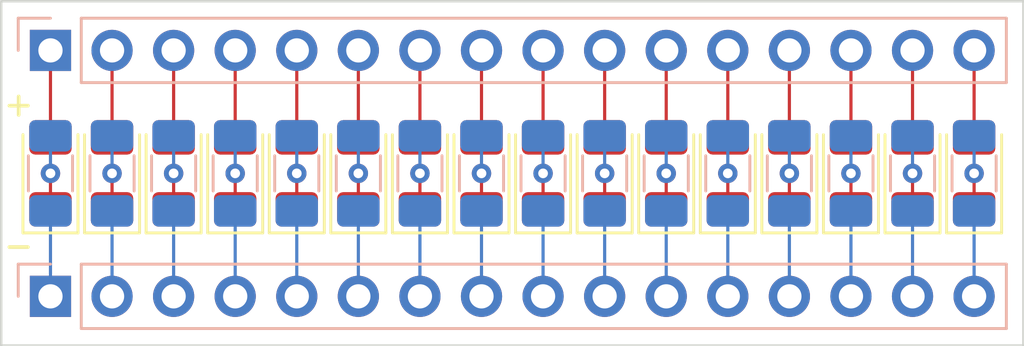
<source format=kicad_pcb>
(kicad_pcb (version 20221018) (generator pcbnew)
  (layers (0 "F.Cu" signal) (31 "B.Cu" signal) (34 "B.Paste" user) (35 "F.Paste" user) (36 "B.SilkS" user "B.Silkscreen") (37 "F.SilkS" user "F.Silkscreen") (38 "B.Mask" user) (39 "F.Mask" user) (44 "Edge.Cuts" user))
  (net 0 "")
  (net 1 "Net-(D1-K)")
  (net 2 "Net-(D1-A)")
  (net 3 "Net-(D2-K)")
  (net 4 "Net-(D2-A)")
  (net 5 "Net-(D3-K)")
  (net 6 "Net-(D3-A)")
  (net 7 "Net-(D4-K)")
  (net 8 "Net-(D4-A)")
  (net 9 "Net-(D5-K)")
  (net 10 "Net-(D5-A)")
  (net 11 "Net-(D6-K)")
  (net 12 "Net-(D6-A)")
  (net 13 "Net-(D7-K)")
  (net 14 "Net-(D7-A)")
  (net 15 "Net-(D8-K)")
  (net 16 "Net-(D8-A)")
  (net 17 "Net-(D9-K)")
  (net 18 "Net-(D9-A)")
  (net 19 "Net-(D10-K)")
  (net 20 "Net-(D10-A)")
  (net 21 "Net-(D11-K)")
  (net 22 "Net-(D11-A)")
  (net 23 "Net-(D12-K)")
  (net 24 "Net-(D12-A)")
  (net 25 "Net-(D13-K)")
  (net 26 "Net-(D13-A)")
  (net 27 "Net-(D14-K)")
  (net 28 "Net-(D14-A)")
  (net 29 "Net-(D15-K)")
  (net 30 "Net-(D15-A)")
  (net 31 "Net-(D16-K)")
  (net 32 "Net-(D16-A)")
  (net 33 "Net-(J2-Pin_1)")
  (net 34 "Net-(J2-Pin_2)")
  (net 35 "Net-(J2-Pin_3)")
  (net 36 "Net-(J2-Pin_4)")
  (net 37 "Net-(J2-Pin_5)")
  (net 38 "Net-(J2-Pin_6)")
  (net 39 "Net-(J2-Pin_7)")
  (net 40 "Net-(J2-Pin_8)")
  (net 41 "Net-(J2-Pin_9)")
  (net 42 "Net-(J2-Pin_10)")
  (net 43 "Net-(J2-Pin_11)")
  (net 44 "Net-(J2-Pin_12)")
  (net 45 "Net-(J2-Pin_13)")
  (net 46 "Net-(J2-Pin_14)")
  (net 47 "Net-(J2-Pin_15)")
  (net 48 "Net-(J2-Pin_16)")
  (footprint "LED_SMD:LED_1206_3216Metric_Pad1.42x1.75mm_HandSolder" (layer "F.Cu") (at 43.18 22.86 90)
    (fp_text reference "D11" hide)
    (fp_text value "LED" hide)
    (fp_line (start -2.46 -1.135) (end -2.46 1.135) (stroke (width 0.12)) (layer "F.SilkS"))
    (fp_line (start -2.46 1.135) (end 1.6 1.135) (stroke (width 0.12)) (layer "F.SilkS"))
    (fp_line (start 1.6 -1.135) (end -2.46 -1.135) (stroke (width 0.12)) (layer "F.SilkS"))
    (pad "1" smd roundrect (at -1.4875 0 90) (size 1.425 1.75) (layers "F.Cu" "F.Paste" "F.Mask") (roundrect_rratio 0.1754392982) (net 21 "Net-(D11-K)"))
    (pad "2" smd roundrect (at 1.4875 0 90) (size 1.425 1.75) (layers "F.Cu" "F.Paste" "F.Mask") (roundrect_rratio 0.1754392982) (net 22 "Net-(D11-A)"))
  )
  (footprint "LED_SMD:LED_1206_3216Metric_Pad1.42x1.75mm_HandSolder" (layer "F.Cu") (at 35.56 22.86 90)
    (fp_text reference "D8" hide)
    (fp_text value "LED" hide)
    (fp_line (start -2.46 -1.135) (end -2.46 1.135) (stroke (width 0.12)) (layer "F.SilkS"))
    (fp_line (start -2.46 1.135) (end 1.6 1.135) (stroke (width 0.12)) (layer "F.SilkS"))
    (fp_line (start 1.6 -1.135) (end -2.46 -1.135) (stroke (width 0.12)) (layer "F.SilkS"))
    (pad "1" smd roundrect (at -1.4875 0 90) (size 1.425 1.75) (layers "F.Cu" "F.Paste" "F.Mask") (roundrect_rratio 0.1754392982) (net 15 "Net-(D8-K)"))
    (pad "2" smd roundrect (at 1.4875 0 90) (size 1.425 1.75) (layers "F.Cu" "F.Paste" "F.Mask") (roundrect_rratio 0.1754392982) (net 16 "Net-(D8-A)"))
  )
  (footprint "LED_SMD:LED_1206_3216Metric_Pad1.42x1.75mm_HandSolder" (layer "F.Cu") (at 55.88 22.86 90)
    (fp_text reference "D16" hide)
    (fp_text value "LED" hide)
    (fp_line (start -2.46 -1.135) (end -2.46 1.135) (stroke (width 0.12)) (layer "F.SilkS"))
    (fp_line (start -2.46 1.135) (end 1.6 1.135) (stroke (width 0.12)) (layer "F.SilkS"))
    (fp_line (start 1.6 -1.135) (end -2.46 -1.135) (stroke (width 0.12)) (layer "F.SilkS"))
    (pad "1" smd roundrect (at -1.4875 0 90) (size 1.425 1.75) (layers "F.Cu" "F.Paste" "F.Mask") (roundrect_rratio 0.1754392982) (net 31 "Net-(D16-K)"))
    (pad "2" smd roundrect (at 1.4875 0 90) (size 1.425 1.75) (layers "F.Cu" "F.Paste" "F.Mask") (roundrect_rratio 0.1754392982) (net 32 "Net-(D16-A)"))
  )
  (footprint "LED_SMD:LED_1206_3216Metric_Pad1.42x1.75mm_HandSolder" (layer "F.Cu") (at 20.32 22.86 90)
    (fp_text reference "D2" hide)
    (fp_text value "LED" hide)
    (fp_line (start -2.46 -1.135) (end -2.46 1.135) (stroke (width 0.12)) (layer "F.SilkS"))
    (fp_line (start -2.46 1.135) (end 1.6 1.135) (stroke (width 0.12)) (layer "F.SilkS"))
    (fp_line (start 1.6 -1.135) (end -2.46 -1.135) (stroke (width 0.12)) (layer "F.SilkS"))
    (pad "1" smd roundrect (at -1.4875 0 90) (size 1.425 1.75) (layers "F.Cu" "F.Paste" "F.Mask") (roundrect_rratio 0.1754392982) (net 3 "Net-(D2-K)"))
    (pad "2" smd roundrect (at 1.4875 0 90) (size 1.425 1.75) (layers "F.Cu" "F.Paste" "F.Mask") (roundrect_rratio 0.1754392982) (net 4 "Net-(D2-A)"))
  )
  (footprint "LED_SMD:LED_1206_3216Metric_Pad1.42x1.75mm_HandSolder" (layer "F.Cu") (at 17.78 22.86 90)
    (fp_text reference "D1" hide)
    (fp_text value "LED" hide)
    (fp_line (start -2.46 -1.135) (end -2.46 1.135) (stroke (width 0.12)) (layer "F.SilkS"))
    (fp_line (start -2.46 1.135) (end 1.6 1.135) (stroke (width 0.12)) (layer "F.SilkS"))
    (fp_line (start 1.6 -1.135) (end -2.46 -1.135) (stroke (width 0.12)) (layer "F.SilkS"))
    (pad "1" smd roundrect (at -1.4875 0 90) (size 1.425 1.75) (layers "F.Cu" "F.Paste" "F.Mask") (roundrect_rratio 0.1754392982) (net 1 "Net-(D1-K)"))
    (pad "2" smd roundrect (at 1.4875 0 90) (size 1.425 1.75) (layers "F.Cu" "F.Paste" "F.Mask") (roundrect_rratio 0.1754392982) (net 2 "Net-(D1-A)"))
  )
  (footprint "LED_SMD:LED_1206_3216Metric_Pad1.42x1.75mm_HandSolder" (layer "F.Cu") (at 30.48 22.86 90)
    (fp_text reference "D6" hide)
    (fp_text value "LED" hide)
    (fp_line (start -2.46 -1.135) (end -2.46 1.135) (stroke (width 0.12)) (layer "F.SilkS"))
    (fp_line (start -2.46 1.135) (end 1.6 1.135) (stroke (width 0.12)) (layer "F.SilkS"))
    (fp_line (start 1.6 -1.135) (end -2.46 -1.135) (stroke (width 0.12)) (layer "F.SilkS"))
    (pad "1" smd roundrect (at -1.4875 0 90) (size 1.425 1.75) (layers "F.Cu" "F.Paste" "F.Mask") (roundrect_rratio 0.1754392982) (net 11 "Net-(D6-K)"))
    (pad "2" smd roundrect (at 1.4875 0 90) (size 1.425 1.75) (layers "F.Cu" "F.Paste" "F.Mask") (roundrect_rratio 0.1754392982) (net 12 "Net-(D6-A)"))
  )
  (footprint "LED_SMD:LED_1206_3216Metric_Pad1.42x1.75mm_HandSolder" (layer "F.Cu") (at 33.02 22.86 90)
    (fp_text reference "D7" hide)
    (fp_text value "LED" hide)
    (fp_line (start -2.46 -1.135) (end -2.46 1.135) (stroke (width 0.12)) (layer "F.SilkS"))
    (fp_line (start -2.46 1.135) (end 1.6 1.135) (stroke (width 0.12)) (layer "F.SilkS"))
    (fp_line (start 1.6 -1.135) (end -2.46 -1.135) (stroke (width 0.12)) (layer "F.SilkS"))
    (pad "1" smd roundrect (at -1.4875 0 90) (size 1.425 1.75) (layers "F.Cu" "F.Paste" "F.Mask") (roundrect_rratio 0.1754392982) (net 13 "Net-(D7-K)"))
    (pad "2" smd roundrect (at 1.4875 0 90) (size 1.425 1.75) (layers "F.Cu" "F.Paste" "F.Mask") (roundrect_rratio 0.1754392982) (net 14 "Net-(D7-A)"))
  )
  (footprint "LED_SMD:LED_1206_3216Metric_Pad1.42x1.75mm_HandSolder" (layer "F.Cu") (at 50.8 22.86 90)
    (fp_text reference "D14" hide)
    (fp_text value "LED" hide)
    (fp_line (start -2.46 -1.135) (end -2.46 1.135) (stroke (width 0.12)) (layer "F.SilkS"))
    (fp_line (start -2.46 1.135) (end 1.6 1.135) (stroke (width 0.12)) (layer "F.SilkS"))
    (fp_line (start 1.6 -1.135) (end -2.46 -1.135) (stroke (width 0.12)) (layer "F.SilkS"))
    (pad "1" smd roundrect (at -1.4875 0 90) (size 1.425 1.75) (layers "F.Cu" "F.Paste" "F.Mask") (roundrect_rratio 0.1754392982) (net 27 "Net-(D14-K)"))
    (pad "2" smd roundrect (at 1.4875 0 90) (size 1.425 1.75) (layers "F.Cu" "F.Paste" "F.Mask") (roundrect_rratio 0.1754392982) (net 28 "Net-(D14-A)"))
  )
  (footprint "LED_SMD:LED_1206_3216Metric_Pad1.42x1.75mm_HandSolder" (layer "F.Cu") (at 38.1 22.86 90)
    (fp_text reference "D9" hide)
    (fp_text value "LED" hide)
    (fp_line (start -2.46 -1.135) (end -2.46 1.135) (stroke (width 0.12)) (layer "F.SilkS"))
    (fp_line (start -2.46 1.135) (end 1.6 1.135) (stroke (width 0.12)) (layer "F.SilkS"))
    (fp_line (start 1.6 -1.135) (end -2.46 -1.135) (stroke (width 0.12)) (layer "F.SilkS"))
    (pad "1" smd roundrect (at -1.4875 0 90) (size 1.425 1.75) (layers "F.Cu" "F.Paste" "F.Mask") (roundrect_rratio 0.1754392982) (net 17 "Net-(D9-K)"))
    (pad "2" smd roundrect (at 1.4875 0 90) (size 1.425 1.75) (layers "F.Cu" "F.Paste" "F.Mask") (roundrect_rratio 0.1754392982) (net 18 "Net-(D9-A)"))
  )
  (footprint "LED_SMD:LED_1206_3216Metric_Pad1.42x1.75mm_HandSolder" (layer "F.Cu") (at 22.86 22.86 90)
    (fp_text reference "D3" hide)
    (fp_text value "LED" hide)
    (fp_line (start -2.46 -1.135) (end -2.46 1.135) (stroke (width 0.12)) (layer "F.SilkS"))
    (fp_line (start -2.46 1.135) (end 1.6 1.135) (stroke (width 0.12)) (layer "F.SilkS"))
    (fp_line (start 1.6 -1.135) (end -2.46 -1.135) (stroke (width 0.12)) (layer "F.SilkS"))
    (pad "1" smd roundrect (at -1.4875 0 90) (size 1.425 1.75) (layers "F.Cu" "F.Paste" "F.Mask") (roundrect_rratio 0.1754392982) (net 5 "Net-(D3-K)"))
    (pad "2" smd roundrect (at 1.4875 0 90) (size 1.425 1.75) (layers "F.Cu" "F.Paste" "F.Mask") (roundrect_rratio 0.1754392982) (net 6 "Net-(D3-A)"))
  )
  (footprint "LED_SMD:LED_1206_3216Metric_Pad1.42x1.75mm_HandSolder" (layer "F.Cu") (at 40.64 22.86 90)
    (fp_text reference "D10" hide)
    (fp_text value "LED" hide)
    (fp_line (start -2.46 -1.135) (end -2.46 1.135) (stroke (width 0.12)) (layer "F.SilkS"))
    (fp_line (start -2.46 1.135) (end 1.6 1.135) (stroke (width 0.12)) (layer "F.SilkS"))
    (fp_line (start 1.6 -1.135) (end -2.46 -1.135) (stroke (width 0.12)) (layer "F.SilkS"))
    (pad "1" smd roundrect (at -1.4875 0 90) (size 1.425 1.75) (layers "F.Cu" "F.Paste" "F.Mask") (roundrect_rratio 0.1754392982) (net 19 "Net-(D10-K)"))
    (pad "2" smd roundrect (at 1.4875 0 90) (size 1.425 1.75) (layers "F.Cu" "F.Paste" "F.Mask") (roundrect_rratio 0.1754392982) (net 20 "Net-(D10-A)"))
  )
  (footprint "LED_SMD:LED_1206_3216Metric_Pad1.42x1.75mm_HandSolder" (layer "F.Cu") (at 25.4 22.86 90)
    (fp_text reference "D4" hide)
    (fp_text value "LED" hide)
    (fp_line (start -2.46 -1.135) (end -2.46 1.135) (stroke (width 0.12)) (layer "F.SilkS"))
    (fp_line (start -2.46 1.135) (end 1.6 1.135) (stroke (width 0.12)) (layer "F.SilkS"))
    (fp_line (start 1.6 -1.135) (end -2.46 -1.135) (stroke (width 0.12)) (layer "F.SilkS"))
    (pad "1" smd roundrect (at -1.4875 0 90) (size 1.425 1.75) (layers "F.Cu" "F.Paste" "F.Mask") (roundrect_rratio 0.1754392982) (net 7 "Net-(D4-K)"))
    (pad "2" smd roundrect (at 1.4875 0 90) (size 1.425 1.75) (layers "F.Cu" "F.Paste" "F.Mask") (roundrect_rratio 0.1754392982) (net 8 "Net-(D4-A)"))
  )
  (footprint "LED_SMD:LED_1206_3216Metric_Pad1.42x1.75mm_HandSolder" (layer "F.Cu") (at 27.94 22.86 90)
    (fp_text reference "D5" hide)
    (fp_text value "LED" hide)
    (fp_line (start -2.46 -1.135) (end -2.46 1.135) (stroke (width 0.12)) (layer "F.SilkS"))
    (fp_line (start -2.46 1.135) (end 1.6 1.135) (stroke (width 0.12)) (layer "F.SilkS"))
    (fp_line (start 1.6 -1.135) (end -2.46 -1.135) (stroke (width 0.12)) (layer "F.SilkS"))
    (pad "1" smd roundrect (at -1.4875 0 90) (size 1.425 1.75) (layers "F.Cu" "F.Paste" "F.Mask") (roundrect_rratio 0.1754392982) (net 9 "Net-(D5-K)"))
    (pad "2" smd roundrect (at 1.4875 0 90) (size 1.425 1.75) (layers "F.Cu" "F.Paste" "F.Mask") (roundrect_rratio 0.1754392982) (net 10 "Net-(D5-A)"))
  )
  (footprint "LED_SMD:LED_1206_3216Metric_Pad1.42x1.75mm_HandSolder" (layer "F.Cu") (at 45.72 22.86 90)
    (fp_text reference "D12" hide)
    (fp_text value "LED" hide)
    (fp_line (start -2.46 -1.135) (end -2.46 1.135) (stroke (width 0.12)) (layer "F.SilkS"))
    (fp_line (start -2.46 1.135) (end 1.6 1.135) (stroke (width 0.12)) (layer "F.SilkS"))
    (fp_line (start 1.6 -1.135) (end -2.46 -1.135) (stroke (width 0.12)) (layer "F.SilkS"))
    (pad "1" smd roundrect (at -1.4875 0 90) (size 1.425 1.75) (layers "F.Cu" "F.Paste" "F.Mask") (roundrect_rratio 0.1754392982) (net 23 "Net-(D12-K)"))
    (pad "2" smd roundrect (at 1.4875 0 90) (size 1.425 1.75) (layers "F.Cu" "F.Paste" "F.Mask") (roundrect_rratio 0.1754392982) (net 24 "Net-(D12-A)"))
  )
  (footprint "LED_SMD:LED_1206_3216Metric_Pad1.42x1.75mm_HandSolder" (layer "F.Cu") (at 53.34 22.86 90)
    (fp_text reference "D15" hide)
    (fp_text value "LED" hide)
    (fp_line (start -2.46 -1.135) (end -2.46 1.135) (stroke (width 0.12)) (layer "F.SilkS"))
    (fp_line (start -2.46 1.135) (end 1.6 1.135) (stroke (width 0.12)) (layer "F.SilkS"))
    (fp_line (start 1.6 -1.135) (end -2.46 -1.135) (stroke (width 0.12)) (layer "F.SilkS"))
    (pad "1" smd roundrect (at -1.4875 0 90) (size 1.425 1.75) (layers "F.Cu" "F.Paste" "F.Mask") (roundrect_rratio 0.1754392982) (net 29 "Net-(D15-K)"))
    (pad "2" smd roundrect (at 1.4875 0 90) (size 1.425 1.75) (layers "F.Cu" "F.Paste" "F.Mask") (roundrect_rratio 0.1754392982) (net 30 "Net-(D15-A)"))
  )
  (footprint "LED_SMD:LED_1206_3216Metric_Pad1.42x1.75mm_HandSolder" (layer "F.Cu") (at 48.26 22.86 90)
    (fp_text reference "D13" hide)
    (fp_text value "LED" hide)
    (fp_line (start -2.46 -1.135) (end -2.46 1.135) (stroke (width 0.12)) (layer "F.SilkS"))
    (fp_line (start -2.46 1.135) (end 1.6 1.135) (stroke (width 0.12)) (layer "F.SilkS"))
    (fp_line (start 1.6 -1.135) (end -2.46 -1.135) (stroke (width 0.12)) (layer "F.SilkS"))
    (pad "1" smd roundrect (at -1.4875 0 90) (size 1.425 1.75) (layers "F.Cu" "F.Paste" "F.Mask") (roundrect_rratio 0.1754392982) (net 25 "Net-(D13-K)"))
    (pad "2" smd roundrect (at 1.4875 0 90) (size 1.425 1.75) (layers "F.Cu" "F.Paste" "F.Mask") (roundrect_rratio 0.1754392982) (net 26 "Net-(D13-A)"))
  )
  (footprint "Resistor_SMD:R_1206_3216Metric_Pad1.30x1.75mm_HandSolder" (layer "B.Cu") (at 22.86 22.86 -90)
    (fp_text reference "R3" hide)
    (fp_text value "R" hide)
    (fp_line (start -0.727064 -0.91) (end 0.727064 -0.91) (stroke (width 0.12)) (layer "B.SilkS"))
    (fp_line (start -0.727064 0.91) (end 0.727064 0.91) (stroke (width 0.12)) (layer "B.SilkS"))
    (pad "1" smd roundrect (at -1.55 0 270) (size 1.3 1.75) (layers "B.Cu" "B.Paste" "B.Mask") (roundrect_rratio 0.1923076923) (net 5 "Net-(D3-K)"))
    (pad "2" smd roundrect (at 1.55 0 270) (size 1.3 1.75) (layers "B.Cu" "B.Paste" "B.Mask") (roundrect_rratio 0.1923076923) (net 35 "Net-(J2-Pin_3)"))
  )
  (footprint "Resistor_SMD:R_1206_3216Metric_Pad1.30x1.75mm_HandSolder" (layer "B.Cu") (at 33.02 22.86 -90)
    (fp_text reference "R7" hide)
    (fp_text value "R" hide)
    (fp_line (start -0.727064 -0.91) (end 0.727064 -0.91) (stroke (width 0.12)) (layer "B.SilkS"))
    (fp_line (start -0.727064 0.91) (end 0.727064 0.91) (stroke (width 0.12)) (layer "B.SilkS"))
    (pad "1" smd roundrect (at -1.55 0 270) (size 1.3 1.75) (layers "B.Cu" "B.Paste" "B.Mask") (roundrect_rratio 0.1923076923) (net 13 "Net-(D7-K)"))
    (pad "2" smd roundrect (at 1.55 0 270) (size 1.3 1.75) (layers "B.Cu" "B.Paste" "B.Mask") (roundrect_rratio 0.1923076923) (net 39 "Net-(J2-Pin_7)"))
  )
  (footprint "Resistor_SMD:R_1206_3216Metric_Pad1.30x1.75mm_HandSolder" (layer "B.Cu") (at 53.34 22.86 -90)
    (fp_text reference "R15" hide)
    (fp_text value "R" hide)
    (fp_line (start -0.727064 -0.91) (end 0.727064 -0.91) (stroke (width 0.12)) (layer "B.SilkS"))
    (fp_line (start -0.727064 0.91) (end 0.727064 0.91) (stroke (width 0.12)) (layer "B.SilkS"))
    (pad "1" smd roundrect (at -1.55 0 270) (size 1.3 1.75) (layers "B.Cu" "B.Paste" "B.Mask") (roundrect_rratio 0.1923076923) (net 29 "Net-(D15-K)"))
    (pad "2" smd roundrect (at 1.55 0 270) (size 1.3 1.75) (layers "B.Cu" "B.Paste" "B.Mask") (roundrect_rratio 0.1923076923) (net 47 "Net-(J2-Pin_15)"))
  )
  (footprint "Resistor_SMD:R_1206_3216Metric_Pad1.30x1.75mm_HandSolder" (layer "B.Cu") (at 35.56 22.86 -90)
    (fp_text reference "R8" hide)
    (fp_text value "R" hide)
    (fp_line (start -0.727064 -0.91) (end 0.727064 -0.91) (stroke (width 0.12)) (layer "B.SilkS"))
    (fp_line (start -0.727064 0.91) (end 0.727064 0.91) (stroke (width 0.12)) (layer "B.SilkS"))
    (pad "1" smd roundrect (at -1.55 0 270) (size 1.3 1.75) (layers "B.Cu" "B.Paste" "B.Mask") (roundrect_rratio 0.1923076923) (net 15 "Net-(D8-K)"))
    (pad "2" smd roundrect (at 1.55 0 270) (size 1.3 1.75) (layers "B.Cu" "B.Paste" "B.Mask") (roundrect_rratio 0.1923076923) (net 40 "Net-(J2-Pin_8)"))
  )
  (footprint "Resistor_SMD:R_1206_3216Metric_Pad1.30x1.75mm_HandSolder" (layer "B.Cu") (at 17.78 22.86 -90)
    (fp_text reference "R1" hide)
    (fp_text value "R" hide)
    (fp_line (start -0.727064 -0.91) (end 0.727064 -0.91) (stroke (width 0.12)) (layer "B.SilkS"))
    (fp_line (start -0.727064 0.91) (end 0.727064 0.91) (stroke (width 0.12)) (layer "B.SilkS"))
    (pad "1" smd roundrect (at -1.55 0 270) (size 1.3 1.75) (layers "B.Cu" "B.Paste" "B.Mask") (roundrect_rratio 0.1923076923) (net 1 "Net-(D1-K)"))
    (pad "2" smd roundrect (at 1.55 0 270) (size 1.3 1.75) (layers "B.Cu" "B.Paste" "B.Mask") (roundrect_rratio 0.1923076923) (net 33 "Net-(J2-Pin_1)"))
  )
  (footprint "Resistor_SMD:R_1206_3216Metric_Pad1.30x1.75mm_HandSolder" (layer "B.Cu") (at 30.48 22.86 -90)
    (fp_text reference "R6" hide)
    (fp_text value "R" hide)
    (fp_line (start -0.727064 -0.91) (end 0.727064 -0.91) (stroke (width 0.12)) (layer "B.SilkS"))
    (fp_line (start -0.727064 0.91) (end 0.727064 0.91) (stroke (width 0.12)) (layer "B.SilkS"))
    (pad "1" smd roundrect (at -1.55 0 270) (size 1.3 1.75) (layers "B.Cu" "B.Paste" "B.Mask") (roundrect_rratio 0.1923076923) (net 11 "Net-(D6-K)"))
    (pad "2" smd roundrect (at 1.55 0 270) (size 1.3 1.75) (layers "B.Cu" "B.Paste" "B.Mask") (roundrect_rratio 0.1923076923) (net 38 "Net-(J2-Pin_6)"))
  )
  (footprint "Resistor_SMD:R_1206_3216Metric_Pad1.30x1.75mm_HandSolder" (layer "B.Cu") (at 38.1 22.86 -90)
    (fp_text reference "R9" hide)
    (fp_text value "R" hide)
    (fp_line (start -0.727064 -0.91) (end 0.727064 -0.91) (stroke (width 0.12)) (layer "B.SilkS"))
    (fp_line (start -0.727064 0.91) (end 0.727064 0.91) (stroke (width 0.12)) (layer "B.SilkS"))
    (pad "1" smd roundrect (at -1.55 0 270) (size 1.3 1.75) (layers "B.Cu" "B.Paste" "B.Mask") (roundrect_rratio 0.1923076923) (net 17 "Net-(D9-K)"))
    (pad "2" smd roundrect (at 1.55 0 270) (size 1.3 1.75) (layers "B.Cu" "B.Paste" "B.Mask") (roundrect_rratio 0.1923076923) (net 41 "Net-(J2-Pin_9)"))
  )
  (footprint "Resistor_SMD:R_1206_3216Metric_Pad1.30x1.75mm_HandSolder" (layer "B.Cu") (at 55.88 22.86 -90)
    (fp_text reference "R16" hide)
    (fp_text value "R" hide)
    (fp_line (start -0.727064 -0.91) (end 0.727064 -0.91) (stroke (width 0.12)) (layer "B.SilkS"))
    (fp_line (start -0.727064 0.91) (end 0.727064 0.91) (stroke (width 0.12)) (layer "B.SilkS"))
    (pad "1" smd roundrect (at -1.55 0 270) (size 1.3 1.75) (layers "B.Cu" "B.Paste" "B.Mask") (roundrect_rratio 0.1923076923) (net 31 "Net-(D16-K)"))
    (pad "2" smd roundrect (at 1.55 0 270) (size 1.3 1.75) (layers "B.Cu" "B.Paste" "B.Mask") (roundrect_rratio 0.1923076923) (net 48 "Net-(J2-Pin_16)"))
  )
  (footprint "Resistor_SMD:R_1206_3216Metric_Pad1.30x1.75mm_HandSolder" (layer "B.Cu") (at 45.72 22.86 -90)
    (fp_text reference "R12" hide)
    (fp_text value "R" hide)
    (fp_line (start -0.727064 -0.91) (end 0.727064 -0.91) (stroke (width 0.12)) (layer "B.SilkS"))
    (fp_line (start -0.727064 0.91) (end 0.727064 0.91) (stroke (width 0.12)) (layer "B.SilkS"))
    (pad "1" smd roundrect (at -1.55 0 270) (size 1.3 1.75) (layers "B.Cu" "B.Paste" "B.Mask") (roundrect_rratio 0.1923076923) (net 23 "Net-(D12-K)"))
    (pad "2" smd roundrect (at 1.55 0 270) (size 1.3 1.75) (layers "B.Cu" "B.Paste" "B.Mask") (roundrect_rratio 0.1923076923) (net 44 "Net-(J2-Pin_12)"))
  )
  (footprint "Connector_PinHeader_2.54mm:PinHeader_1x16_P2.54mm_Vertical" (layer "B.Cu") (at 17.78 17.78 -90)
    (fp_text reference "J1" hide)
    (fp_text value "Conn_01x16_Pin" hide)
    (fp_line (start -1.33 -39.43) (end 1.33 -39.43) (stroke (width 0.12)) (layer "B.SilkS"))
    (fp_line (start -1.33 -1.27) (end -1.33 -39.43) (stroke (width 0.12)) (layer "B.SilkS"))
    (fp_line (start -1.33 -1.27) (end 1.33 -1.27) (stroke (width 0.12)) (layer "B.SilkS"))
    (fp_line (start -1.33 0) (end -1.33 1.33) (stroke (width 0.12)) (layer "B.SilkS"))
    (fp_line (start -1.33 1.33) (end 0 1.33) (stroke (width 0.12)) (layer "B.SilkS"))
    (fp_line (start 1.33 -1.27) (end 1.33 -39.43) (stroke (width 0.12)) (layer "B.SilkS"))
    (pad "1" thru_hole rect (at 0 0 270) (size 1.7 1.7) (drill 1) (layers "*.Cu" "*.Mask") (net 2 "Net-(D1-A)"))
    (pad "2" thru_hole oval (at 0 -2.54 270) (size 1.7 1.7) (drill 1) (layers "*.Cu" "*.Mask") (net 4 "Net-(D2-A)"))
    (pad "3" thru_hole oval (at 0 -5.08 270) (size 1.7 1.7) (drill 1) (layers "*.Cu" "*.Mask") (net 6 "Net-(D3-A)"))
    (pad "4" thru_hole oval (at 0 -7.62 270) (size 1.7 1.7) (drill 1) (layers "*.Cu" "*.Mask") (net 8 "Net-(D4-A)"))
    (pad "5" thru_hole oval (at 0 -10.16 270) (size 1.7 1.7) (drill 1) (layers "*.Cu" "*.Mask") (net 10 "Net-(D5-A)"))
    (pad "6" thru_hole oval (at 0 -12.7 270) (size 1.7 1.7) (drill 1) (layers "*.Cu" "*.Mask") (net 12 "Net-(D6-A)"))
    (pad "7" thru_hole oval (at 0 -15.24 270) (size 1.7 1.7) (drill 1) (layers "*.Cu" "*.Mask") (net 14 "Net-(D7-A)"))
    (pad "8" thru_hole oval (at 0 -17.78 270) (size 1.7 1.7) (drill 1) (layers "*.Cu" "*.Mask") (net 16 "Net-(D8-A)"))
    (pad "9" thru_hole oval (at 0 -20.32 270) (size 1.7 1.7) (drill 1) (layers "*.Cu" "*.Mask") (net 18 "Net-(D9-A)"))
    (pad "10" thru_hole oval (at 0 -22.86 270) (size 1.7 1.7) (drill 1) (layers "*.Cu" "*.Mask") (net 20 "Net-(D10-A)"))
    (pad "11" thru_hole oval (at 0 -25.4 270) (size 1.7 1.7) (drill 1) (layers "*.Cu" "*.Mask") (net 22 "Net-(D11-A)"))
    (pad "12" thru_hole oval (at 0 -27.94 270) (size 1.7 1.7) (drill 1) (layers "*.Cu" "*.Mask") (net 24 "Net-(D12-A)"))
    (pad "13" thru_hole oval (at 0 -30.48 270) (size 1.7 1.7) (drill 1) (layers "*.Cu" "*.Mask") (net 26 "Net-(D13-A)"))
    (pad "14" thru_hole oval (at 0 -33.02 270) (size 1.7 1.7) (drill 1) (layers "*.Cu" "*.Mask") (net 28 "Net-(D14-A)"))
    (pad "15" thru_hole oval (at 0 -35.56 270) (size 1.7 1.7) (drill 1) (layers "*.Cu" "*.Mask") (net 30 "Net-(D15-A)"))
    (pad "16" thru_hole oval (at 0 -38.1 270) (size 1.7 1.7) (drill 1) (layers "*.Cu" "*.Mask") (net 32 "Net-(D16-A)"))
  )
  (footprint "Resistor_SMD:R_1206_3216Metric_Pad1.30x1.75mm_HandSolder" (layer "B.Cu") (at 20.32 22.86 -90)
    (fp_text reference "R2" hide)
    (fp_text value "R" hide)
    (fp_line (start -0.727064 -0.91) (end 0.727064 -0.91) (stroke (width 0.12)) (layer "B.SilkS"))
    (fp_line (start -0.727064 0.91) (end 0.727064 0.91) (stroke (width 0.12)) (layer "B.SilkS"))
    (pad "1" smd roundrect (at -1.55 0 270) (size 1.3 1.75) (layers "B.Cu" "B.Paste" "B.Mask") (roundrect_rratio 0.1923076923) (net 3 "Net-(D2-K)"))
    (pad "2" smd roundrect (at 1.55 0 270) (size 1.3 1.75) (layers "B.Cu" "B.Paste" "B.Mask") (roundrect_rratio 0.1923076923) (net 34 "Net-(J2-Pin_2)"))
  )
  (footprint "Resistor_SMD:R_1206_3216Metric_Pad1.30x1.75mm_HandSolder" (layer "B.Cu") (at 27.94 22.86 -90)
    (fp_text reference "R5" hide)
    (fp_text value "R" hide)
    (fp_line (start -0.727064 -0.91) (end 0.727064 -0.91) (stroke (width 0.12)) (layer "B.SilkS"))
    (fp_line (start -0.727064 0.91) (end 0.727064 0.91) (stroke (width 0.12)) (layer "B.SilkS"))
    (pad "1" smd roundrect (at -1.55 0 270) (size 1.3 1.75) (layers "B.Cu" "B.Paste" "B.Mask") (roundrect_rratio 0.1923076923) (net 9 "Net-(D5-K)"))
    (pad "2" smd roundrect (at 1.55 0 270) (size 1.3 1.75) (layers "B.Cu" "B.Paste" "B.Mask") (roundrect_rratio 0.1923076923) (net 37 "Net-(J2-Pin_5)"))
  )
  (footprint "Resistor_SMD:R_1206_3216Metric_Pad1.30x1.75mm_HandSolder" (layer "B.Cu") (at 48.26 22.86 -90)
    (fp_text reference "R13" hide)
    (fp_text value "R" hide)
    (fp_line (start -0.727064 -0.91) (end 0.727064 -0.91) (stroke (width 0.12)) (layer "B.SilkS"))
    (fp_line (start -0.727064 0.91) (end 0.727064 0.91) (stroke (width 0.12)) (layer "B.SilkS"))
    (pad "1" smd roundrect (at -1.55 0 270) (size 1.3 1.75) (layers "B.Cu" "B.Paste" "B.Mask") (roundrect_rratio 0.1923076923) (net 25 "Net-(D13-K)"))
    (pad "2" smd roundrect (at 1.55 0 270) (size 1.3 1.75) (layers "B.Cu" "B.Paste" "B.Mask") (roundrect_rratio 0.1923076923) (net 45 "Net-(J2-Pin_13)"))
  )
  (footprint "Resistor_SMD:R_1206_3216Metric_Pad1.30x1.75mm_HandSolder" (layer "B.Cu") (at 43.18 22.86 -90)
    (fp_text reference "R11" hide)
    (fp_text value "R" hide)
    (fp_line (start -0.727064 -0.91) (end 0.727064 -0.91) (stroke (width 0.12)) (layer "B.SilkS"))
    (fp_line (start -0.727064 0.91) (end 0.727064 0.91) (stroke (width 0.12)) (layer "B.SilkS"))
    (pad "1" smd roundrect (at -1.55 0 270) (size 1.3 1.75) (layers "B.Cu" "B.Paste" "B.Mask") (roundrect_rratio 0.1923076923) (net 21 "Net-(D11-K)"))
    (pad "2" smd roundrect (at 1.55 0 270) (size 1.3 1.75) (layers "B.Cu" "B.Paste" "B.Mask") (roundrect_rratio 0.1923076923) (net 43 "Net-(J2-Pin_11)"))
  )
  (footprint "Resistor_SMD:R_1206_3216Metric_Pad1.30x1.75mm_HandSolder" (layer "B.Cu") (at 50.8 22.86 -90)
    (fp_text reference "R14" hide)
    (fp_text value "R" hide)
    (fp_line (start -0.727064 -0.91) (end 0.727064 -0.91) (stroke (width 0.12)) (layer "B.SilkS"))
    (fp_line (start -0.727064 0.91) (end 0.727064 0.91) (stroke (width 0.12)) (layer "B.SilkS"))
    (pad "1" smd roundrect (at -1.55 0 270) (size 1.3 1.75) (layers "B.Cu" "B.Paste" "B.Mask") (roundrect_rratio 0.1923076923) (net 27 "Net-(D14-K)"))
    (pad "2" smd roundrect (at 1.55 0 270) (size 1.3 1.75) (layers "B.Cu" "B.Paste" "B.Mask") (roundrect_rratio 0.1923076923) (net 46 "Net-(J2-Pin_14)"))
  )
  (footprint "Connector_PinHeader_2.54mm:PinHeader_1x16_P2.54mm_Vertical" (layer "B.Cu") (at 17.78 27.94 -90)
    (fp_text reference "J2" hide)
    (fp_text value "Conn_01x16_Pin" hide)
    (fp_line (start -1.33 -39.43) (end 1.33 -39.43) (stroke (width 0.12)) (layer "B.SilkS"))
    (fp_line (start -1.33 -1.27) (end -1.33 -39.43) (stroke (width 0.12)) (layer "B.SilkS"))
    (fp_line (start -1.33 -1.27) (end 1.33 -1.27) (stroke (width 0.12)) (layer "B.SilkS"))
    (fp_line (start -1.33 0) (end -1.33 1.33) (stroke (width 0.12)) (layer "B.SilkS"))
    (fp_line (start -1.33 1.33) (end 0 1.33) (stroke (width 0.12)) (layer "B.SilkS"))
    (fp_line (start 1.33 -1.27) (end 1.33 -39.43) (stroke (width 0.12)) (layer "B.SilkS"))
    (pad "1" thru_hole rect (at 0 0 270) (size 1.7 1.7) (drill 1) (layers "*.Cu" "*.Mask") (net 33 "Net-(J2-Pin_1)"))
    (pad "2" thru_hole oval (at 0 -2.54 270) (size 1.7 1.7) (drill 1) (layers "*.Cu" "*.Mask") (net 34 "Net-(J2-Pin_2)"))
    (pad "3" thru_hole oval (at 0 -5.08 270) (size 1.7 1.7) (drill 1) (layers "*.Cu" "*.Mask") (net 35 "Net-(J2-Pin_3)"))
    (pad "4" thru_hole oval (at 0 -7.62 270) (size 1.7 1.7) (drill 1) (layers "*.Cu" "*.Mask") (net 36 "Net-(J2-Pin_4)"))
    (pad "5" thru_hole oval (at 0 -10.16 270) (size 1.7 1.7) (drill 1) (layers "*.Cu" "*.Mask") (net 37 "Net-(J2-Pin_5)"))
    (pad "6" thru_hole oval (at 0 -12.7 270) (size 1.7 1.7) (drill 1) (layers "*.Cu" "*.Mask") (net 38 "Net-(J2-Pin_6)"))
    (pad "7" thru_hole oval (at 0 -15.24 270) (size 1.7 1.7) (drill 1) (layers "*.Cu" "*.Mask") (net 39 "Net-(J2-Pin_7)"))
    (pad "8" thru_hole oval (at 0 -17.78 270) (size 1.7 1.7) (drill 1) (layers "*.Cu" "*.Mask") (net 40 "Net-(J2-Pin_8)"))
    (pad "9" thru_hole oval (at 0 -20.32 270) (size 1.7 1.7) (drill 1) (layers "*.Cu" "*.Mask") (net 41 "Net-(J2-Pin_9)"))
    (pad "10" thru_hole oval (at 0 -22.86 270) (size 1.7 1.7) (drill 1) (layers "*.Cu" "*.Mask") (net 42 "Net-(J2-Pin_10)"))
    (pad "11" thru_hole oval (at 0 -25.4 270) (size 1.7 1.7) (drill 1) (layers "*.Cu" "*.Mask") (net 43 "Net-(J2-Pin_11)"))
    (pad "12" thru_hole oval (at 0 -27.94 270) (size 1.7 1.7) (drill 1) (layers "*.Cu" "*.Mask") (net 44 "Net-(J2-Pin_12)"))
    (pad "13" thru_hole oval (at 0 -30.48 270) (size 1.7 1.7) (drill 1) (layers "*.Cu" "*.Mask") (net 45 "Net-(J2-Pin_13)"))
    (pad "14" thru_hole oval (at 0 -33.02 270) (size 1.7 1.7) (drill 1) (layers "*.Cu" "*.Mask") (net 46 "Net-(J2-Pin_14)"))
    (pad "15" thru_hole oval (at 0 -35.56 270) (size 1.7 1.7) (drill 1) (layers "*.Cu" "*.Mask") (net 47 "Net-(J2-Pin_15)"))
    (pad "16" thru_hole oval (at 0 -38.1 270) (size 1.7 1.7) (drill 1) (layers "*.Cu" "*.Mask") (net 48 "Net-(J2-Pin_16)"))
  )
  (footprint "Resistor_SMD:R_1206_3216Metric_Pad1.30x1.75mm_HandSolder" (layer "B.Cu") (at 40.64 22.86 -90)
    (fp_text reference "R10" hide)
    (fp_text value "R" hide)
    (fp_line (start -0.727064 -0.91) (end 0.727064 -0.91) (stroke (width 0.12)) (layer "B.SilkS"))
    (fp_line (start -0.727064 0.91) (end 0.727064 0.91) (stroke (width 0.12)) (layer "B.SilkS"))
    (pad "1" smd roundrect (at -1.55 0 270) (size 1.3 1.75) (layers "B.Cu" "B.Paste" "B.Mask") (roundrect_rratio 0.1923076923) (net 19 "Net-(D10-K)"))
    (pad "2" smd roundrect (at 1.55 0 270) (size 1.3 1.75) (layers "B.Cu" "B.Paste" "B.Mask") (roundrect_rratio 0.1923076923) (net 42 "Net-(J2-Pin_10)"))
  )
  (footprint "Resistor_SMD:R_1206_3216Metric_Pad1.30x1.75mm_HandSolder" (layer "B.Cu") (at 25.4 22.86 -90)
    (fp_text reference "R4" hide)
    (fp_text value "R" hide)
    (fp_line (start -0.727064 -0.91) (end 0.727064 -0.91) (stroke (width 0.12)) (layer "B.SilkS"))
    (fp_line (start -0.727064 0.91) (end 0.727064 0.91) (stroke (width 0.12)) (layer "B.SilkS"))
    (pad "1" smd roundrect (at -1.55 0 270) (size 1.3 1.75) (layers "B.Cu" "B.Paste" "B.Mask") (roundrect_rratio 0.1923076923) (net 7 "Net-(D4-K)"))
    (pad "2" smd roundrect (at 1.55 0 270) (size 1.3 1.75) (layers "B.Cu" "B.Paste" "B.Mask") (roundrect_rratio 0.1923076923) (net 36 "Net-(J2-Pin_4)"))
  )
  (gr_rect (start 15.748 15.748) (end 57.912 29.972) (stroke (width 0.1)) (fill none) (layer "Edge.Cuts"))
  (gr_text "-" (at 15.748 26.416) (layer "F.SilkS") (effects (font (size 1 1) (thickness 0.153)) (justify left bottom)))
  (gr_text "+" (at 15.748 20.574) (layer "F.SilkS") (effects (font (size 1 1) (thickness 0.153)) (justify left bottom)))
  (segment (start 17.78 24.3475) (end 17.78 22.86) (width 0.13) (layer "F.Cu") (net 1))
  (via (at 17.78 22.86) (size 0.8) (drill 0.4) (layers "F.Cu" "B.Cu") (net 1))
  (segment (start 17.78 22.86) (end 17.78 21.31) (width 0.13) (layer "B.Cu") (net 1))
  (segment (start 17.78 17.78) (end 17.78 21.3725) (width 0.13) (layer "F.Cu") (net 2))
  (segment (start 20.32 24.3475) (end 20.32 22.86) (width 0.13) (layer "F.Cu") (net 3))
  (via (at 20.32 22.86) (size 0.8) (drill 0.4) (layers "F.Cu" "B.Cu") (net 3))
  (segment (start 20.32 21.31) (end 20.32 22.86) (width 0.13) (layer "B.Cu") (net 3))
  (segment (start 20.32 17.78) (end 20.32 21.3725) (width 0.13) (layer "F.Cu") (net 4))
  (segment (start 22.86 24.3475) (end 22.86 22.86) (width 0.13) (layer "F.Cu") (net 5))
  (via (at 22.86 22.86) (size 0.8) (drill 0.4) (layers "F.Cu" "B.Cu") (net 5))
  (segment (start 22.86 22.86) (end 22.86 21.31) (width 0.13) (layer "B.Cu") (net 5))
  (segment (start 22.86 17.78) (end 22.86 21.3725) (width 0.13) (layer "F.Cu") (net 6))
  (segment (start 25.4 24.3475) (end 25.4 22.86) (width 0.13) (layer "F.Cu") (net 7))
  (via (at 25.4 22.86) (size 0.8) (drill 0.4) (layers "F.Cu" "B.Cu") (net 7))
  (segment (start 25.4 22.86) (end 25.4 21.31) (width 0.13) (layer "B.Cu") (net 7))
  (segment (start 25.4 17.78) (end 25.4 21.3725) (width 0.13) (layer "F.Cu") (net 8))
  (segment (start 27.94 24.3475) (end 27.94 22.86) (width 0.13) (layer "F.Cu") (net 9))
  (via (at 27.94 22.86) (size 0.8) (drill 0.4) (layers "F.Cu" "B.Cu") (net 9))
  (segment (start 27.94 22.86) (end 27.94 21.31) (width 0.13) (layer "B.Cu") (net 9))
  (segment (start 27.94 17.78) (end 27.94 21.3725) (width 0.13) (layer "F.Cu") (net 10))
  (segment (start 30.48 24.3475) (end 30.48 22.86) (width 0.13) (layer "F.Cu") (net 11))
  (via (at 30.48 22.86) (size 0.8) (drill 0.4) (layers "F.Cu" "B.Cu") (net 11))
  (segment (start 30.48 22.86) (end 30.48 21.31) (width 0.13) (layer "B.Cu") (net 11))
  (segment (start 30.48 17.78) (end 30.48 21.3725) (width 0.13) (layer "F.Cu") (net 12))
  (segment (start 33.02 24.3475) (end 33.02 22.86) (width 0.13) (layer "F.Cu") (net 13))
  (via (at 33.02 22.86) (size 0.8) (drill 0.4) (layers "F.Cu" "B.Cu") (net 13))
  (segment (start 33.02 22.86) (end 33.02 21.31) (width 0.13) (layer "B.Cu") (net 13))
  (segment (start 33.02 17.78) (end 33.02 21.3725) (width 0.13) (layer "F.Cu") (net 14))
  (segment (start 35.56 24.3475) (end 35.56 22.86) (width 0.13) (layer "F.Cu") (net 15))
  (via (at 35.56 22.86) (size 0.8) (drill 0.4) (layers "F.Cu" "B.Cu") (net 15))
  (segment (start 35.56 22.86) (end 35.56 21.31) (width 0.13) (layer "B.Cu") (net 15))
  (segment (start 35.56 17.78) (end 35.56 21.3725) (width 0.13) (layer "F.Cu") (net 16))
  (segment (start 38.1 24.3475) (end 38.1 22.86) (width 0.13) (layer "F.Cu") (net 17))
  (via (at 38.1 22.86) (size 0.8) (drill 0.4) (layers "F.Cu" "B.Cu") (net 17))
  (segment (start 38.1 22.86) (end 38.1 21.31) (width 0.13) (layer "B.Cu") (net 17))
  (segment (start 38.1 17.78) (end 38.1 21.3725) (width 0.13) (layer "F.Cu") (net 18))
  (segment (start 40.64 24.3475) (end 40.64 22.86) (width 0.13) (layer "F.Cu") (net 19))
  (via (at 40.64 22.86) (size 0.8) (drill 0.4) (layers "F.Cu" "B.Cu") (net 19))
  (segment (start 40.64 22.86) (end 40.64 21.31) (width 0.13) (layer "B.Cu") (net 19))
  (segment (start 40.64 17.78) (end 40.64 21.3725) (width 0.13) (layer "F.Cu") (net 20))
  (segment (start 43.18 24.3475) (end 43.18 22.86) (width 0.13) (layer "F.Cu") (net 21))
  (via (at 43.18 22.86) (size 0.8) (drill 0.4) (layers "F.Cu" "B.Cu") (net 21))
  (segment (start 43.18 22.86) (end 43.18 21.31) (width 0.13) (layer "B.Cu") (net 21))
  (segment (start 43.18 17.78) (end 43.18 21.3725) (width 0.13) (layer "F.Cu") (net 22))
  (segment (start 45.72 24.3475) (end 45.72 22.86) (width 0.13) (layer "F.Cu") (net 23))
  (via (at 45.72 22.86) (size 0.8) (drill 0.4) (layers "F.Cu" "B.Cu") (net 23))
  (segment (start 45.72 22.86) (end 45.72 21.31) (width 0.13) (layer "B.Cu") (net 23))
  (segment (start 45.72 17.78) (end 45.72 21.3725) (width 0.13) (layer "F.Cu") (net 24))
  (segment (start 48.26 24.3475) (end 48.26 22.86) (width 0.13) (layer "F.Cu") (net 25))
  (via (at 48.26 22.86) (size 0.8) (drill 0.4) (layers "F.Cu" "B.Cu") (net 25))
  (segment (start 48.26 22.86) (end 48.26 21.31) (width 0.13) (layer "B.Cu") (net 25))
  (segment (start 48.26 17.78) (end 48.26 21.3725) (width 0.13) (layer "F.Cu") (net 26))
  (segment (start 50.8 24.3475) (end 50.8 22.86) (width 0.13) (layer "F.Cu") (net 27))
  (via (at 50.8 22.86) (size 0.8) (drill 0.4) (layers "F.Cu" "B.Cu") (net 27))
  (segment (start 50.8 22.86) (end 50.8 21.31) (width 0.13) (layer "B.Cu") (net 27))
  (segment (start 50.8 17.78) (end 50.8 21.3725) (width 0.13) (layer "F.Cu") (net 28))
  (segment (start 53.34 24.3475) (end 53.34 22.86) (width 0.13) (layer "F.Cu") (net 29))
  (via (at 53.34 22.86) (size 0.8) (drill 0.4) (layers "F.Cu" "B.Cu") (net 29))
  (segment (start 53.34 22.86) (end 53.34 21.31) (width 0.13) (layer "B.Cu") (net 29))
  (segment (start 53.34 17.78) (end 53.34 21.3725) (width 0.13) (layer "F.Cu") (net 30))
  (segment (start 55.88 24.3475) (end 55.88 22.86) (width 0.13) (layer "F.Cu") (net 31))
  (via (at 55.88 22.86) (size 0.8) (drill 0.4) (layers "F.Cu" "B.Cu") (net 31))
  (segment (start 55.88 22.86) (end 55.88 21.31) (width 0.13) (layer "B.Cu") (net 31))
  (segment (start 55.88 17.78) (end 55.88 21.3725) (width 0.13) (layer "F.Cu") (net 32))
  (segment (start 17.78 24.41) (end 17.78 27.94) (width 0.13) (layer "B.Cu") (net 33))
  (segment (start 20.32 24.41) (end 20.32 27.94) (width 0.13) (layer "B.Cu") (net 34))
  (segment (start 22.86 24.41) (end 22.86 27.94) (width 0.13) (layer "B.Cu") (net 35))
  (segment (start 25.4 24.41) (end 25.4 27.94) (width 0.13) (layer "B.Cu") (net 36))
  (segment (start 27.94 24.41) (end 27.94 27.94) (width 0.13) (layer "B.Cu") (net 37))
  (segment (start 30.48 24.41) (end 30.48 27.94) (width 0.13) (layer "B.Cu") (net 38))
  (segment (start 33.02 24.41) (end 33.02 27.94) (width 0.13) (layer "B.Cu") (net 39))
  (segment (start 35.56 24.41) (end 35.56 27.94) (width 0.13) (layer "B.Cu") (net 40))
  (segment (start 38.1 24.41) (end 38.1 27.94) (width 0.13) (layer "B.Cu") (net 41))
  (segment (start 40.64 24.41) (end 40.64 27.94) (width 0.13) (layer "B.Cu") (net 42))
  (segment (start 43.18 24.41) (end 43.18 27.94) (width 0.13) (layer "B.Cu") (net 43))
  (segment (start 45.72 24.41) (end 45.72 27.94) (width 0.13) (layer "B.Cu") (net 44))
  (segment (start 48.26 24.41) (end 48.26 27.94) (width 0.13) (layer "B.Cu") (net 45))
  (segment (start 50.8 24.41) (end 50.8 27.94) (width 0.13) (layer "B.Cu") (net 46))
  (segment (start 53.34 24.41) (end 53.34 27.94) (width 0.13) (layer "B.Cu") (net 47))
  (segment (start 55.88 24.41) (end 55.88 27.94) (width 0.13) (layer "B.Cu") (net 48))
)
</source>
